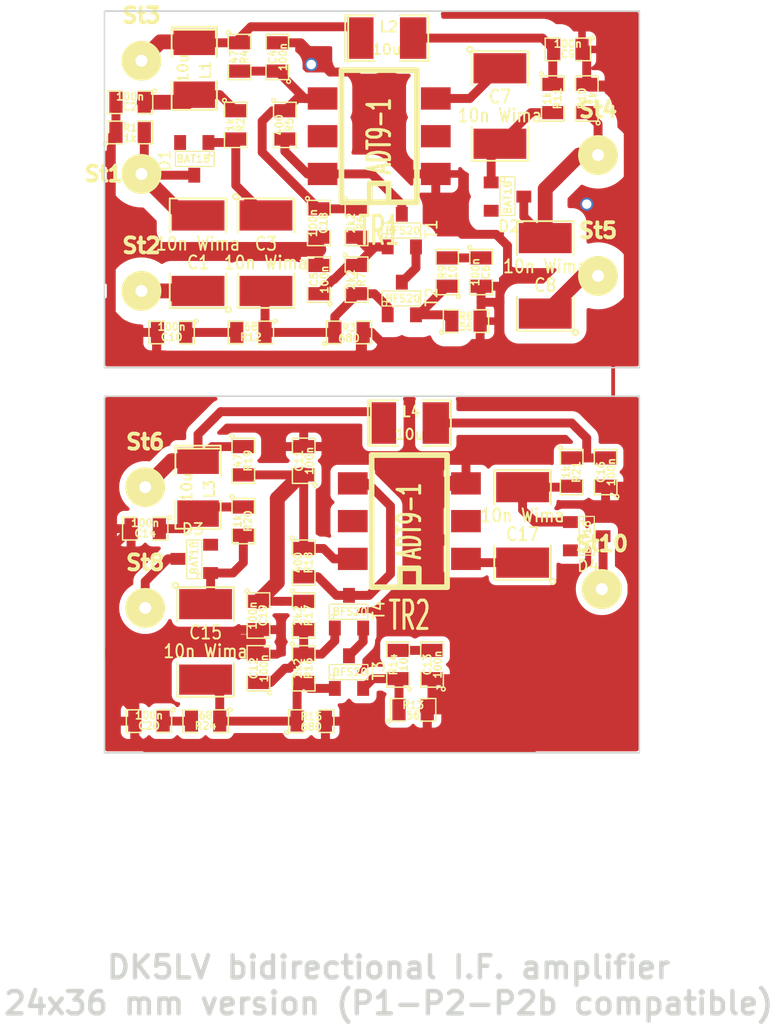
<source format=kicad_pcb>
(kicad_pcb (version 20221018) (generator pcbnew)
  (layers (0 "F.Cu" signal "Dessus.Cu") (31 "B.Cu" signal "Dessous.Cu") (34 "B.Paste" user "Dessous.Pate") (35 "F.Paste" user "Dessus.Pate") (36 "B.SilkS" user "Dessous.SilkS") (37 "F.SilkS" user "Dessus.SilkS") (38 "B.Mask" user "Dessous.Masque") (39 "F.Mask" user "Dessus.Masque") (44 "Edge.Cuts" user "Contours.Ci"))
  (net 0 "")
  (net 1 "GND")
  (net 2 "N-000001")
  (net 3 "N-0000010")
  (net 4 "N-0000011")
  (net 5 "N-0000012")
  (net 6 "N-0000013")
  (net 7 "N-0000014")
  (net 8 "N-0000015")
  (net 9 "N-0000016")
  (net 10 "N-0000017")
  (net 11 "N-0000019")
  (net 12 "N-000002")
  (net 13 "N-0000022")
  (net 14 "N-0000023")
  (net 15 "N-0000024")
  (net 16 "N-0000026")
  (net 17 "N-0000027")
  (net 18 "N-0000028")
  (net 19 "N-0000029")
  (net 20 "N-000003")
  (net 21 "N-0000030")
  (net 22 "N-0000031")
  (net 23 "N-0000032")
  (net 24 "N-0000033")
  (net 25 "N-0000034")
  (net 26 "N-0000035")
  (net 27 "N-0000036")
  (net 28 "N-0000037")
  (net 29 "N-0000038")
  (net 30 "N-0000039")
  (net 31 "N-000005")
  (net 32 "N-000006")
  (net 33 "N-000007")
  (net 34 "N-000008")
  (net 35 "N-000009")
  (footprint "SOT23" (layer "F.Cu") (at 335.534 216.154 180)
    (fp_text reference "D1")
    (fp_text value "BAT18")
  )
  (footprint "SOT23" (layer "F.Cu") (at 361.95 241.554 -90)
    (fp_text reference "D4")
    (fp_text value "BAT18")
  )
  (footprint "SOT23" (layer "F.Cu") (at 345.948 250.698)
    (fp_text reference "T3")
    (fp_text value "BFS20")
  )
  (footprint "SOT23" (layer "F.Cu") (at 345.948 246.634)
    (fp_text reference "T4")
    (fp_text value "BFS20")
  )
  (footprint "SOT23" (layer "F.Cu") (at 335.534 243.078 90)
    (fp_text reference "D3")
    (fp_text value "BAT18")
  )
  (footprint "SOT23" (layer "F.Cu") (at 356.616 218.694 -90)
    (fp_text reference "D2")
    (fp_text value "BAT18")
  )
  (footprint "SOT23" (layer "F.Cu") (at 349.504 225.552)
    (fp_text reference "T2")
    (fp_text value "BFS20")
  )
  (footprint "SOT23" (layer "F.Cu") (at 349.504 220.98)
    (fp_text reference "T1")
    (fp_text value "BFS20")
  )
  (footprint "SM1812L" (layer "F.Cu") (at 335.788 222.504 90)
    (fp_text reference "C1")
    (fp_text value "10n Wima")
  )
  (footprint "SM1812L" (layer "F.Cu") (at 357.632 240.792 90)
    (fp_text reference "C17")
    (fp_text value "10n Wima")
  )
  (footprint "SM1812L" (layer "F.Cu") (at 336.296 248.666 -90)
    (fp_text reference "C15")
    (fp_text value "10n Wima")
  )
  (footprint "SM1812L" (layer "F.Cu") (at 359.156 224.028 90)
    (fp_text reference "C8")
    (fp_text value "10n Wima")
  )
  (footprint "SM1812L" (layer "F.Cu") (at 356.108 212.598 -90)
    (fp_text reference "C7")
    (fp_text value "10n Wima")
  )
  (footprint "SM1812L" (layer "F.Cu") (at 340.36 222.504 -90)
    (fp_text reference "C3")
    (fp_text value "10n Wima")
  )
  (footprint "SM1210L" (layer "F.Cu") (at 335.788 238.252 -90)
    (fp_text reference "L3")
    (fp_text value "10u")
  )
  (footprint "SM1210L" (layer "F.Cu") (at 348.488 208.026)
    (fp_text reference "L2")
    (fp_text value "10u")
  )
  (footprint "SM1210L" (layer "F.Cu") (at 350.012 233.934)
    (fp_text reference "L4")
    (fp_text value "10u")
  )
  (footprint "SM1210L" (layer "F.Cu") (at 335.534 210.058 -90)
    (fp_text reference "L1")
    (fp_text value "10u")
  )
  (footprint "SM0805" (layer "F.Cu") (at 343.408 254)
    (fp_text reference "R15")
    (fp_text value "680")
  )
  (footprint "SM0805" (layer "F.Cu") (at 336.296 254 180)
    (fp_text reference "R24")
    (fp_text value "68")
  )
  (footprint "SM0805" (layer "F.Cu") (at 342.9 250.444 -90)
    (fp_text reference "R16")
    (fp_text value "2k2")
  )
  (footprint "SM0805" (layer "F.Cu") (at 339.852 250.444 90)
    (fp_text reference "C12")
    (fp_text value "100n")
  )
  (footprint "SM0805" (layer "F.Cu") (at 342.9 246.888 -90)
    (fp_text reference "R17")
    (fp_text value "2k2")
  )
  (footprint "SM0805" (layer "F.Cu") (at 339.852 246.888 -90)
    (fp_text reference "C19")
    (fp_text value "100n")
  )
  (footprint "SM0805" (layer "F.Cu") (at 342.9 243.332 -90)
    (fp_text reference "R18")
    (fp_text value "400")
  )
  (footprint "SM0805" (layer "F.Cu") (at 338.836 236.474 -90)
    (fp_text reference "R19")
    (fp_text value "47")
  )
  (footprint "SM0805" (layer "F.Cu") (at 342.9 236.474 90)
    (fp_text reference "C11")
    (fp_text value "100n")
  )
  (footprint "SM0805" (layer "F.Cu") (at 361.95 212.09 90)
    (fp_text reference "R10")
    (fp_text value "1k")
  )
  (footprint "SM0805" (layer "F.Cu") (at 331.216 212.344 180)
    (fp_text reference "C2")
    (fp_text value "100n")
  )
  (footprint "SM0805" (layer "F.Cu") (at 338.328 213.868 -90)
    (fp_text reference "R2")
    (fp_text value "1k")
  )
  (footprint "SM0805" (layer "F.Cu") (at 360.934 237.236 -90)
    (fp_text reference "R21")
    (fp_text value "1k")
  )
  (footprint "SM0805" (layer "F.Cu") (at 363.22 237.236 90)
    (fp_text reference "C16")
    (fp_text value "100n")
  )
  (footprint "SM0805" (layer "F.Cu") (at 350.266 253.238)
    (fp_text reference "R13")
    (fp_text value "56")
  )
  (footprint "SM0805" (layer "F.Cu") (at 349.25 250.19 90)
    (fp_text reference "R14")
    (fp_text value "10")
  )
  (footprint "SM0805" (layer "F.Cu") (at 351.536 250.19 90)
    (fp_text reference "C13")
    (fp_text value "100n")
  )
  (footprint "SM0805" (layer "F.Cu") (at 332.486 254 180)
    (fp_text reference "C20")
    (fp_text value "100n")
  )
  (footprint "SM0805" (layer "F.Cu") (at 338.582 209.296 -90)
    (fp_text reference "R4")
    (fp_text value "47")
  )
  (footprint "SM0805" (layer "F.Cu") (at 341.122 209.296 90)
    (fp_text reference "C4")
    (fp_text value "100n")
  )
  (footprint "SM0805" (layer "F.Cu") (at 331.216 214.376)
    (fp_text reference "R1")
    (fp_text value "1k")
  )
  (footprint "SM0805" (layer "F.Cu") (at 343.916 220.472 -90)
    (fp_text reference "C18")
    (fp_text value "100n")
  )
  (footprint "SM0805" (layer "F.Cu") (at 346.456 220.472 -90)
    (fp_text reference "R6")
    (fp_text value "2k2")
  )
  (footprint "SM0805" (layer "F.Cu") (at 343.916 224.282 90)
    (fp_text reference "C5")
    (fp_text value "100n")
  )
  (footprint "SM0805" (layer "F.Cu") (at 346.456 224.282 -90)
    (fp_text reference "R7")
    (fp_text value "2k2")
  )
  (footprint "SM0805" (layer "F.Cu") (at 359.664 212.09 -90)
    (fp_text reference "R11")
    (fp_text value "1k")
  )
  (footprint "SM0805" (layer "F.Cu") (at 360.68 208.788 180)
    (fp_text reference "C9")
    (fp_text value "100n")
  )
  (footprint "SM0805" (layer "F.Cu") (at 353.822 227.076)
    (fp_text reference "R8")
    (fp_text value "56")
  )
  (footprint "SM0805" (layer "F.Cu") (at 352.552 223.774 90)
    (fp_text reference "R9")
    (fp_text value "10")
  )
  (footprint "SM0805" (layer "F.Cu") (at 354.838 223.774 -90)
    (fp_text reference "C6")
    (fp_text value "100n")
  )
  (footprint "SM0805" (layer "F.Cu") (at 345.948 227.838)
    (fp_text reference "R3")
    (fp_text value "680")
  )
  (footprint "SM0805" (layer "F.Cu") (at 334.01 227.838 180)
    (fp_text reference "C10")
    (fp_text value "100n")
  )
  (footprint "SM0805" (layer "F.Cu") (at 338.836 240.538 -90)
    (fp_text reference "R20")
    (fp_text value "1k")
  )
  (footprint "SM0805" (layer "F.Cu") (at 339.344 227.838 180)
    (fp_text reference "R12")
    (fp_text value "68")
  )
  (footprint "SM0805" (layer "F.Cu") (at 332.232 241.046 180)
    (fp_text reference "C14")
    (fp_text value "100n")
  )
  (footprint "SM0805" (layer "F.Cu") (at 341.63 213.868 -90)
    (fp_text reference "R5")
    (fp_text value "400")
  )
  (footprint "DIP-6__300" (layer "F.Cu") (at 350.012 240.538 90)
    (fp_text reference "TR2")
    (fp_text value "ADT9-1")
  )
  (footprint "DIP-6__300" (layer "F.Cu") (at 347.98 214.63 90)
    (fp_text reference "TR1")
    (fp_text value "ADT9-1")
  )
  (footprint "1pin_sm" (layer "F.Cu") (at 362.712 224.028)
    (fp_text reference "St5")
    (fp_text value "CONN_1" hide)
  )
  (footprint "1pin_sm" (layer "F.Cu") (at 331.978 225.044)
    (fp_text reference "St2")
    (fp_text value "CONN_1" hide)
  )
  (footprint "1pin_sm" (layer "F.Cu") (at 332.232 238.252)
    (fp_text reference "St6")
    (fp_text value "CONN_1" hide)
  )
  (footprint "1pin_sm" (layer "F.Cu") (at 331.978 209.55)
    (fp_text reference "St3")
    (fp_text value "CONN_1" hide)
  )
  (footprint "1pin_sm" (layer "F.Cu") (at 331.978 217.17)
    (fp_text reference "St1")
    (fp_text value "CONN_1" hide)
  )
  (footprint "1pin_sm" (layer "F.Cu") (at 362.966 245.11)
    (fp_text reference "St10")
    (fp_text value "CONN_1" hide)
  )
  (footprint "1pin_sm" (layer "F.Cu") (at 332.232 246.38)
    (fp_text reference "St8")
    (fp_text value "CONN_1" hide)
  )
  (footprint "1pin_sm" (layer "F.Cu") (at 362.712 215.9)
    (fp_text reference "St4")
    (fp_text value "CONN_1" hide)
  )
  (gr_line (start 365.49 256.13) (end 329.49 256.13) (stroke (width 0.1)) (layer "Edge.Cuts"))
  (gr_line (start 329.49 256.13) (end 329.49 232.13) (stroke (width 0.1)) (layer "Edge.Cuts"))
  (gr_line (start 365.49 206.21) (end 365.49 230.21) (stroke (width 0.1)) (layer "Edge.Cuts"))
  (gr_line (start 365.49 230.21) (end 329.49 230.21) (stroke (width 0.1)) (layer "Edge.Cuts"))
  (gr_line (start 329.49 206.21) (end 365.49 206.21) (stroke (width 0.1)) (layer "Edge.Cuts"))
  (gr_line (start 329.49 230.21) (end 329.49 206.21) (stroke (width 0.1)) (layer "Edge.Cuts"))
  (gr_line (start 365.49 232.13) (end 365.49 256.13) (stroke (width 0.1)) (layer "Edge.Cuts"))
  (gr_line (start 329.49 232.13) (end 365.49 232.13) (stroke (width 0.1)) (layer "Edge.Cuts"))
  (gr_line (start 329.49 206.21) (end 365.49 206.21) (stroke (width 0.1)) (layer "Edge.Cuts"))
  (gr_text "DK5LV bidirectional I.F. amplifier\n24x36 mm version (P1-P2-P2b compatible)" (at 348.615 271.78) (layer "Edge.Cuts") (effects (font (size 1.5 1.5) (thickness 0.3))))
  (segment (start 343.916 222.25) (end 343.916 223.3295) (width 0.6) (layer "F.Cu") (net 1))
  (segment (start 330.454 222.25) (end 329.946 222.758) (width 0.6) (layer "F.Cu") (net 1))
  (segment (start 329.946 222.758) (end 329.946 223.012) (width 0.6) (layer "F.Cu") (net 1))
  (segment (start 329.946 226.568) (end 330.073 226.695) (width 0.6) (layer "F.Cu") (net 1))
  (segment (start 331.216 227.838) (end 333.0575 227.838) (width 0.6) (layer "F.Cu") (net 1))
  (segment (start 354.838 227.0125) (end 354.7745 227.076) (width 0.6) (layer "F.Cu") (net 1))
  (segment (start 329.946 223.012) (end 329.946 226.568) (width 0.6) (layer "F.Cu") (net 1))
  (segment (start 329.946 214.6935) (end 330.2635 214.376) (width 0.6) (layer "F.Cu") (net 1))
  (segment (start 342.7095 208.3435) (end 343.408 209.042) (width 0.6) (layer "F.Cu") (net 1))
  (segment (start 344.678 210.312) (end 346.202 210.312) (width 0.6) (layer "F.Cu") (net 1))
  (segment (start 346.202 210.312) (end 347.472 211.582) (width 0.6) (layer "F.Cu") (net 1))
  (segment (start 348.488 212.598) (end 348.488 215.9) (width 0.6) (layer "F.Cu") (net 1))
  (segment (start 348.488 215.9) (end 349.758 217.17) (width 0.6) (layer "F.Cu") (net 1))
  (segment (start 349.758 217.17) (end 351.79 217.17) (width 0.6) (layer "F.Cu") (net 1))
  (segment (start 351.79 219.456) (end 353.568 221.234) (width 0.6) (layer "F.Cu") (net 1))
  (segment (start 353.568 221.234) (end 355.854 221.234) (width 0.6) (layer "F.Cu") (net 1))
  (segment (start 355.854 221.234) (end 356.616 221.996) (width 0.6) (layer "F.Cu") (net 1))
  (segment (start 356.616 221.996) (end 356.616 224.282) (width 0.6) (layer "F.Cu") (net 1))
  (segment (start 356.616 224.282) (end 356.1715 224.7265) (width 0.6) (layer "F.Cu") (net 1))
  (segment (start 356.1715 224.7265) (end 354.838 224.7265) (width 0.6) (layer "F.Cu") (net 1))
  (segment (start 347.472 227.838) (end 348.996 229.362) (width 0.6) (layer "F.Cu") (net 1))
  (segment (start 348.996 229.362) (end 350.774 229.362) (width 0.6) (layer "F.Cu") (net 1))
  (segment (start 354.076 229.362) (end 354.7745 228.6635) (width 0.6) (layer "F.Cu") (net 1))
  (segment (start 354.7745 228.6635) (end 354.7745 227.076) (width 0.6) (layer "F.Cu") (net 1))
  (segment (start 330.073 226.695) (end 331.216 227.838) (width 0.6) (layer "F.Cu") (net 1))
  (segment (start 330.073 228.473) (end 330.962 229.362) (width 0.6) (layer "F.Cu") (net 1))
  (segment (start 330.962 229.362) (end 332.994 229.362) (width 0.6) (layer "F.Cu") (net 1))
  (segment (start 350.774 229.362) (end 353.822 229.362) (width 0.6) (layer "F.Cu") (net 1))
  (segment (start 353.822 229.362) (end 354.076 229.362) (width 0.6) (layer "F.Cu") (net 1))
  (segment (start 362.458 229.362) (end 363.728 228.092) (width 0.6) (layer "F.Cu") (net 1))
  (segment (start 364.744 227.076) (end 364.744 219.202) (width 0.6) (layer "F.Cu") (net 1))
  (segment (start 364.744 211.836) (end 364.236 211.328) (width 0.6) (layer "F.Cu") (net 1))
  (segment (start 364.236 211.328) (end 362.1405 211.328) (width 0.6) (layer "F.Cu") (net 1))
  (segment (start 362.1405 211.328) (end 361.95 211.1375) (width 0.6) (layer "F.Cu") (net 1))
  (segment (start 361.95 209.1055) (end 361.6325 208.788) (width 0.6) (layer "F.Cu") (net 1))
  (segment (start 347.472 211.582) (end 348.488 212.598) (width 0.6) (layer "F.Cu") (net 1))
  (segment (start 364.744 219.202) (end 364.744 211.836) (width 0.6) (layer "F.Cu") (net 1))
  (segment (start 356.108 229.362) (end 361.188 229.362) (width 0.6) (layer "F.Cu") (net 1))
  (segment (start 356.108 224.7265) (end 356.1715 224.7265) (width 0.6) (layer "F.Cu") (net 1))
  (segment (start 356.108 225.806) (end 356.108 224.7265) (width 0.6) (layer "F.Cu") (net 1))
  (segment (start 354.838 225.806) (end 354.838 227.0125) (width 0.6) (layer "F.Cu") (net 1))
  (segment (start 346.71 229.362) (end 350.774 229.362) (width 0.6) (layer "F.Cu") (net 1))
  (segment (start 346.71 228.0285) (end 346.9005 227.838) (width 0.6) (layer "F.Cu") (net 1))
  (segment (start 332.994 229.362) (end 346.71 229.362) (width 0.6) (layer "F.Cu") (net 1))
  (segment (start 332.994 227.9015) (end 333.0575 227.838) (width 0.6) (layer "F.Cu") (net 1))
  (segment (start 343.408 209.042) (end 344.678 210.312) (width 0.6) (layer "F.Cu") (net 1))
  (segment (start 351.536 252.9205) (end 351.2185 253.238) (width 0.6) (layer "F.Cu") (net 1))
  (segment (start 352.552 237.998) (end 351.028 239.522) (width 1) (layer "F.Cu") (net 1))
  (segment (start 351.028 239.522) (end 351.028 244.602) (width 1) (layer "F.Cu") (net 1))
  (segment (start 351.028 244.602) (end 353.568 247.142) (width 1) (layer "F.Cu") (net 1))
  (segment (start 353.568 247.142) (end 353.568 250.8885) (width 1) (layer "F.Cu") (net 1))
  (segment (start 353.568 250.8885) (end 351.2185 253.238) (width 1) (layer "F.Cu") (net 1))
  (segment (start 363.6645 238.1885) (end 364.998 239.522) (width 0.6) (layer "F.Cu") (net 1))
  (segment (start 364.998 239.522) (end 364.998 249.174) (width 0.6) (layer "F.Cu") (net 1))
  (segment (start 364.998 249.174) (end 361.188 252.984) (width 0.6) (layer "F.Cu") (net 1))
  (segment (start 360.934 253.238) (end 351.2185 253.238) (width 0.6) (layer "F.Cu") (net 1))
  (segment (start 331.5335 255.0795) (end 332.232 255.778) (width 0.6) (layer "F.Cu") (net 1))
  (segment (start 332.232 255.778) (end 344.424 255.778) (width 0.6) (layer "F.Cu") (net 1))
  (segment (start 358.394 255.778) (end 361.188 252.984) (width 0.6) (layer "F.Cu") (net 1))
  (segment (start 361.188 252.984) (end 360.934 253.238) (width 0.6) (layer "F.Cu") (net 1))
  (segment (start 351.2185 255.778) (end 351.028 255.778) (width 0.6) (layer "F.Cu") (net 1))
  (segment (start 351.028 255.778) (end 358.394 255.778) (width 0.6) (layer "F.Cu") (net 1))
  (segment (start 344.3605 255.778) (end 344.424 255.778) (width 0.6) (layer "F.Cu") (net 1))
  (segment (start 344.424 255.778) (end 348.996 255.778) (width 0.6) (layer "F.Cu") (net 1))
  (segment (start 345.7575 235.5215) (end 346.456 236.22) (width 0.6) (layer "F.Cu") (net 1))
  (segment (start 346.456 236.22) (end 348.996 236.22) (width 0.6) (layer "F.Cu") (net 1))
  (segment (start 348.996 236.22) (end 350.774 237.998) (width 0.6) (layer "F.Cu") (net 1))
  (segment (start 350.774 237.998) (end 353.822 237.998) (width 0.6) (layer "F.Cu") (net 1))
  (segment (start 331.5335 253.3015) (end 329.946 251.714) (width 0.6) (layer "F.Cu") (net 1))
  (segment (start 329.946 251.714) (end 329.946 249.428) (width 0.6) (layer "F.Cu") (net 1))
  (segment (start 329.946 242.3795) (end 331.2795 241.046) (width 0.6) (layer "F.Cu") (net 1))
  (segment (start 347.218 254) (end 348.996 255.778) (width 0.6) (layer "F.Cu") (net 1))
  (segment (start 348.996 255.778) (end 351.028 255.778) (width 0.6) (layer "F.Cu") (net 1))
  (segment (start 339.852 248.666) (end 339.852 247.8405) (width 0.6) (layer "F.Cu") (net 1))
  (segment (start 330.708 248.666) (end 329.946 249.428) (width 1) (layer "F.Cu") (net 1))
  (segment (start 329.946 249.428) (end 329.946 242.3795) (width 0.6) (layer "F.Cu") (net 1))
  (segment (start 361.188 229.362) (end 362.458 229.362) (width 0.6) (layer "F.Cu") (net 1))
  (segment (start 363.728 228.092) (end 364.744 227.076) (width 0.6) (layer "F.Cu") (net 1))
  (segment (start 363.728 233.172) (end 364.998 234.442) (width 0.254) (layer "F.Cu") (net 1))
  (segment (start 364.998 234.442) (end 364.998 239.522) (width 0.254) (layer "F.Cu") (net 1))
  (segment (start 356.108 225.806) (end 354.838 225.806) (width 0.6) (layer "F.Cu") (net 1))
  (segment (start 331.5335 254) (end 331.5335 255.0795) (width 0.6) (layer "F.Cu") (net 1))
  (segment (start 344.3605 254) (end 347.218 254) (width 0.6) (layer "F.Cu") (net 1))
  (segment (start 353.822 229.362) (end 356.108 229.362) (width 0.6) (layer "F.Cu") (net 1))
  (segment (start 351.79 217.17) (end 351.79 219.456) (width 0.6) (layer "F.Cu") (net 1))
  (segment (start 351.2185 253.238) (end 351.2185 255.778) (width 0.6) (layer "F.Cu") (net 1))
  (segment (start 332.994 229.362) (end 332.994 227.9015) (width 0.6) (layer "F.Cu") (net 1))
  (segment (start 342.9 235.5215) (end 345.7575 235.5215) (width 0.6) (layer "F.Cu") (net 1))
  (segment (start 363.22 238.1885) (end 363.6645 238.1885) (width 0.6) (layer "F.Cu") (net 1))
  (segment (start 346.9005 227.838) (end 347.472 227.838) (width 0.6) (layer "F.Cu") (net 1))
  (segment (start 364.744 219.202) (end 361.95 219.202) (width 1) (layer "F.Cu") (net 1))
  (segment (start 330.2635 212.344) (end 330.2635 214.376) (width 0.6) (layer "F.Cu") (net 1))
  (segment (start 343.408 209.042) (end 343.408 209.804) (width 0.6) (layer "F.Cu") (net 1))
  (segment (start 330.073 226.695) (end 330.073 228.473) (width 0.6) (layer "F.Cu") (net 1))
  (segment (start 363.728 228.092) (end 363.728 233.172) (width 0.254) (layer "F.Cu") (net 1))
  (segment (start 329.946 223.012) (end 329.946 214.6935) (width 0.6) (layer "F.Cu") (net 1))
  (segment (start 343.916 221.4245) (end 343.916 222.25) (width 0.6) (layer "F.Cu") (net 1))
  (segment (start 331.5335 254) (end 331.5335 253.3015) (width 0.6) (layer "F.Cu") (net 1))
  (segment (start 343.916 222.25) (end 330.454 222.25) (width 1) (layer "F.Cu") (net 1))
  (segment (start 339.852 249.4915) (end 339.852 248.666) (width 0.6) (layer "F.Cu") (net 1))
  (segment (start 361.95 211.1375) (end 361.95 209.1055) (width 0.6) (layer "F.Cu") (net 1))
  (segment (start 339.852 248.666) (end 330.708 248.666) (width 1) (layer "F.Cu") (net 1))
  (segment (start 344.3605 254) (end 344.3605 255.778) (width 0.6) (layer "F.Cu") (net 1))
  (segment (start 353.822 237.998) (end 352.552 237.998) (width 1) (layer "F.Cu") (net 1))
  (segment (start 356.108 229.362) (end 356.108 225.806) (width 0.6) (layer "F.Cu") (net 1))
  (segment (start 341.122 208.3435) (end 342.7095 208.3435) (width 0.6) (layer "F.Cu") (net 1))
  (segment (start 346.71 229.362) (end 346.71 228.0285) (width 0.6) (layer "F.Cu") (net 1))
  (segment (start 354.838 224.7265) (end 354.838 225.806) (width 0.6) (layer "F.Cu") (net 1))
  (segment (start 351.536 251.1425) (end 351.536 252.9205) (width 0.6) (layer "F.Cu") (net 1))
  (via (at 343.408 209.804) (size 0.889) (drill 0.635) (layers "F.Cu" "B.Cu") (net 1))
  (via (at 361.95 219.202) (size 0.889) (drill 0.635) (layers "F.Cu" "B.Cu") (net 1))
  (segment (start 347.55582 251.1425) (end 346.9005 251.79782) (width 0.6) (layer "F.Cu") (net 2))
  (segment (start 349.3135 251.206) (end 349.25 251.1425) (width 0.6) (layer "F.Cu") (net 2))
  (segment (start 349.25 251.1425) (end 347.55582 251.1425) (width 0.6) (layer "F.Cu") (net 2))
  (segment (start 349.3135 253.238) (end 349.3135 251.206) (width 0.6) (layer "F.Cu") (net 2))
  (segment (start 342.4555 251.841) (end 342.9 251.3965) (width 0.6) (layer "F.Cu") (net 3))
  (segment (start 337.2485 252.1585) (end 336.296 251.206) (width 0.6) (layer "F.Cu") (net 3))
  (segment (start 343.30132 251.79782) (end 342.9 251.3965) (width 0.6) (layer "F.Cu") (net 3))
  (segment (start 342.4555 254) (end 342.4555 251.841) (width 0.6) (layer "F.Cu") (net 3))
  (segment (start 337.2485 254) (end 342.4555 254) (width 0.6) (layer "F.Cu") (net 3))
  (segment (start 344.9955 251.79782) (end 343.30132 251.79782) (width 0.6) (layer "F.Cu") (net 3))
  (segment (start 337.2485 254) (end 337.2485 252.1585) (width 0.6) (layer "F.Cu") (net 3))
  (segment (start 347.218 237.998) (end 348.742 239.522) (width 0.6) (layer "F.Cu") (net 4))
  (segment (start 348.742 239.522) (end 348.742 244.094) (width 0.6) (layer "F.Cu") (net 4))
  (segment (start 348.742 244.094) (end 347.30182 245.53418) (width 0.6) (layer "F.Cu") (net 4))
  (segment (start 347.30182 245.53418) (end 345.948 245.53418) (width 0.6) (layer "F.Cu") (net 4))
  (segment (start 343.8525 244.2845) (end 345.10218 245.53418) (width 0.6) (layer "F.Cu") (net 4))
  (segment (start 345.10218 245.53418) (end 345.948 245.53418) (width 0.6) (layer "F.Cu") (net 4))
  (segment (start 342.9 244.2845) (end 343.8525 244.2845) (width 0.6) (layer "F.Cu") (net 4))
  (segment (start 346.202 237.998) (end 347.218 237.998) (width 0.6) (layer "F.Cu") (net 4))
  (segment (start 346.9005 248.64568) (end 345.948 249.59818) (width 0.6) (layer "F.Cu") (net 5))
  (segment (start 346.9005 247.73382) (end 346.9005 248.64568) (width 0.6) (layer "F.Cu") (net 5))
  (segment (start 333.756 243.078) (end 332.232 244.602) (width 0.6) (layer "F.Cu") (net 6))
  (segment (start 332.232 244.602) (end 332.232 246.38) (width 0.6) (layer "F.Cu") (net 6))
  (segment (start 334.43418 243.078) (end 333.756 243.078) (width 0.6) (layer "F.Cu") (net 6))
  (segment (start 332.1685 216.9795) (end 331.978 217.17) (width 0.6) (layer "F.Cu") (net 7))
  (segment (start 332.06182 217.25382) (end 331.978 217.17) (width 0.6) (layer "F.Cu") (net 7))
  (segment (start 334.772 219.964) (end 331.978 217.17) (width 1) (layer "F.Cu") (net 7))
  (segment (start 335.534 217.25382) (end 332.06182 217.25382) (width 0.6) (layer "F.Cu") (net 7))
  (segment (start 332.1685 214.376) (end 332.1685 216.9795) (width 0.6) (layer "F.Cu") (net 7))
  (segment (start 335.788 219.964) (end 334.772 219.964) (width 1) (layer "F.Cu") (net 7))
  (segment (start 363.04982 245.02618) (end 362.966 245.11) (width 0.6) (layer "F.Cu") (net 8))
  (segment (start 363.04982 241.554) (end 363.04982 245.02618) (width 0.6) (layer "F.Cu") (net 8))
  (segment (start 350.4565 223.49968) (end 349.504 224.45218) (width 0.6) (layer "F.Cu") (net 9))
  (segment (start 350.4565 222.07982) (end 350.4565 223.49968) (width 0.6) (layer "F.Cu") (net 9))
  (segment (start 354.076 212.09) (end 356.108 210.058) (width 0.6) (layer "F.Cu") (net 10))
  (segment (start 351.79 212.09) (end 354.076 212.09) (width 0.6) (layer "F.Cu") (net 10))
  (segment (start 354.076 243.332) (end 353.822 243.078) (width 0.6) (layer "F.Cu") (net 11))
  (segment (start 357.632 243.332) (end 354.076 243.332) (width 0.6) (layer "F.Cu") (net 11))
  (segment (start 360.8705 238.252) (end 360.934 238.1885) (width 0.6) (layer "F.Cu") (net 12))
  (segment (start 358.4575 240.6015) (end 357.632 239.776) (width 0.6) (layer "F.Cu") (net 12))
  (segment (start 357.632 239.776) (end 357.632 238.252) (width 0.6) (layer "F.Cu") (net 12))
  (segment (start 357.632 238.252) (end 360.8705 238.252) (width 0.6) (layer "F.Cu") (net 12))
  (segment (start 360.85018 240.6015) (end 358.4575 240.6015) (width 0.6) (layer "F.Cu") (net 12))
  (segment (start 352.552 222.8215) (end 354.838 222.8215) (width 0.6) (layer "F.Cu") (net 13))
  (segment (start 361.696 224.028) (end 359.156 226.568) (width 1) (layer "F.Cu") (net 14))
  (segment (start 362.712 224.028) (end 361.696 224.028) (width 1) (layer "F.Cu") (net 14))
  (segment (start 336.1055 225.552) (end 334.2005 225.552) (width 0.6) (layer "F.Cu") (net 15))
  (segment (start 331.978 225.044) (end 335.788 225.044) (width 1) (layer "F.Cu") (net 15))
  (segment (start 334.9625 227.838) (end 338.3915 227.838) (width 0.6) (layer "F.Cu") (net 16))
  (segment (start 338.09432 215.05418) (end 338.328 214.8205) (width 0.6) (layer "F.Cu") (net 17))
  (segment (start 338.328 217.932) (end 340.36 219.964) (width 0.6) (layer "F.Cu") (net 17))
  (segment (start 338.328 214.8205) (end 338.328 217.932) (width 0.6) (layer "F.Cu") (net 17))
  (segment (start 336.4865 215.05418) (end 338.09432 215.05418) (width 0.6) (layer "F.Cu") (net 17))
  (segment (start 349.504 219.202) (end 347.472 217.17) (width 0.6) (layer "F.Cu") (net 18))
  (segment (start 347.472 217.17) (end 344.17 217.17) (width 0.6) (layer "F.Cu") (net 18))
  (segment (start 341.63 215.646) (end 343.154 217.17) (width 0.6) (layer "F.Cu") (net 18))
  (segment (start 343.154 217.17) (end 344.17 217.17) (width 0.6) (layer "F.Cu") (net 18))
  (segment (start 341.63 214.8205) (end 341.63 215.646) (width 0.6) (layer "F.Cu") (net 18))
  (segment (start 349.504 219.88018) (end 349.504 219.202) (width 0.6) (layer "F.Cu") (net 18))
  (segment (start 345.8845 223.3295) (end 344.932 224.282) (width 0.6) (layer "F.Cu") (net 19))
  (segment (start 344.932 224.282) (end 344.8685 224.282) (width 0.6) (layer "F.Cu") (net 19))
  (segment (start 344.8685 224.282) (end 343.916 225.2345) (width 0.6) (layer "F.Cu") (net 19))
  (segment (start 347.11132 222.07982) (end 346.456 221.4245) (width 0.6) (layer "F.Cu") (net 19))
  (segment (start 347.70568 222.07982) (end 346.456 223.3295) (width 0.6) (layer "F.Cu") (net 19))
  (segment (start 348.5515 222.07982) (end 347.11132 222.07982) (width 0.6) (layer "F.Cu") (net 19))
  (segment (start 348.5515 222.07982) (end 347.70568 222.07982) (width 0.6) (layer "F.Cu") (net 19))
  (segment (start 346.456 223.3295) (end 345.8845 223.3295) (width 0.6) (layer "F.Cu") (net 19))
  (segment (start 360.934 233.934) (end 361.95 234.95) (width 0.6) (layer "F.Cu") (net 20))
  (segment (start 361.95 234.95) (end 361.95 236.2835) (width 0.6) (layer "F.Cu") (net 20))
  (segment (start 361.95 236.2835) (end 360.934 236.2835) (width 0.6) (layer "F.Cu") (net 20))
  (segment (start 351.79 233.934) (end 360.934 233.934) (width 0.6) (layer "F.Cu") (net 20))
  (segment (start 363.22 236.2835) (end 361.95 236.2835) (width 0.6) (layer "F.Cu") (net 20))
  (segment (start 333.248 208.28) (end 331.978 209.55) (width 1) (layer "F.Cu") (net 21))
  (segment (start 335.5975 208.3435) (end 335.534 208.28) (width 0.6) (layer "F.Cu") (net 21))
  (segment (start 338.582 208.026) (end 339.344 207.264) (width 0.6) (layer "F.Cu") (net 21))
  (segment (start 339.344 207.264) (end 345.948 207.264) (width 0.6) (layer "F.Cu") (net 21))
  (segment (start 345.948 207.264) (end 346.71 208.026) (width 0.6) (layer "F.Cu") (net 21))
  (segment (start 338.582 208.3435) (end 335.5975 208.3435) (width 0.6) (layer "F.Cu") (net 21))
  (segment (start 338.582 208.3435) (end 338.582 208.026) (width 0.6) (layer "F.Cu") (net 21))
  (segment (start 335.534 208.28) (end 333.248 208.28) (width 1) (layer "F.Cu") (net 21))
  (segment (start 340.2965 225.1075) (end 340.36 225.044) (width 0.6) (layer "F.Cu") (net 22))
  (segment (start 346.456 225.298) (end 344.9955 226.7585) (width 0.6) (layer "F.Cu") (net 22))
  (segment (start 344.9955 226.7585) (end 344.9955 227.838) (width 0.6) (layer "F.Cu") (net 22))
  (segment (start 348.5515 226.1235) (end 347.6625 225.2345) (width 0.6) (layer "F.Cu") (net 22))
  (segment (start 347.6625 225.2345) (end 346.456 225.2345) (width 0.6) (layer "F.Cu") (net 22))
  (segment (start 348.5515 226.65182) (end 348.5515 226.1235) (width 0.6) (layer "F.Cu") (net 22))
  (segment (start 346.456 225.2345) (end 346.456 225.298) (width 0.6) (layer "F.Cu") (net 22))
  (segment (start 340.2965 227.838) (end 340.2965 225.1075) (width 0.6) (layer "F.Cu") (net 22))
  (segment (start 340.2965 227.838) (end 344.9955 227.838) (width 0.6) (layer "F.Cu") (net 22))
  (segment (start 335.026 212.344) (end 335.534 211.836) (width 1) (layer "F.Cu") (net 23))
  (segment (start 337.2485 211.836) (end 338.328 212.9155) (width 0.6) (layer "F.Cu") (net 23))
  (segment (start 335.534 211.836) (end 337.2485 211.836) (width 0.6) (layer "F.Cu") (net 23))
  (segment (start 332.1685 212.344) (end 335.026 212.344) (width 1) (layer "F.Cu") (net 23))
  (segment (start 342.4555 212.09) (end 341.63 212.9155) (width 0.6) (layer "F.Cu") (net 24))
  (segment (start 342.9635 212.09) (end 341.122 210.2485) (width 0.6) (layer "F.Cu") (net 24))
  (segment (start 340.8045 212.9155) (end 340.106 213.614) (width 0.6) (layer "F.Cu") (net 24))
  (segment (start 340.106 213.614) (end 340.106 215.7095) (width 0.6) (layer "F.Cu") (net 24))
  (segment (start 340.106 215.7095) (end 343.916 219.5195) (width 0.6) (layer "F.Cu") (net 24))
  (segment (start 338.582 210.2485) (end 341.122 210.2485) (width 0.6) (layer "F.Cu") (net 24))
  (segment (start 344.17 212.09) (end 342.4555 212.09) (width 0.6) (layer "F.Cu") (net 24))
  (segment (start 341.63 212.9155) (end 340.8045 212.9155) (width 0.6) (layer "F.Cu") (net 24))
  (segment (start 346.456 219.5195) (end 343.916 219.5195) (width 0.6) (layer "F.Cu") (net 24))
  (segment (start 344.17 212.09) (end 342.9635 212.09) (width 0.6) (layer "F.Cu") (net 24))
  (segment (start 344.1065 249.4915) (end 344.9955 248.6025) (width 0.6) (layer "F.Cu") (net 25))
  (segment (start 344.9955 248.6025) (end 344.9955 247.73382) (width 0.6) (layer "F.Cu") (net 25))
  (segment (start 340.6775 251.3965) (end 341.63 250.444) (width 0.6) (layer "F.Cu") (net 25))
  (segment (start 341.63 250.444) (end 341.9475 250.444) (width 0.6) (layer "F.Cu") (net 25))
  (segment (start 341.9475 250.444) (end 342.9 249.4915) (width 0.6) (layer "F.Cu") (net 25))
  (segment (start 342.9 247.8405) (end 342.9 249.4915) (width 0.6) (layer "F.Cu") (net 25))
  (segment (start 342.9 249.4915) (end 344.1065 249.4915) (width 0.6) (layer "F.Cu") (net 25))
  (segment (start 339.852 251.3965) (end 340.6775 251.3965) (width 0.6) (layer "F.Cu") (net 25))
  (segment (start 336.2325 239.5855) (end 335.788 240.03) (width 0.6) (layer "F.Cu") (net 26))
  (segment (start 334.772 241.046) (end 335.788 240.03) (width 0.6) (layer "F.Cu") (net 26))
  (segment (start 338.836 239.5855) (end 336.2325 239.5855) (width 0.6) (layer "F.Cu") (net 26))
  (segment (start 333.1845 241.046) (end 334.772 241.046) (width 0.6) (layer "F.Cu") (net 26))
  (segment (start 341.376 245.9355) (end 339.852 245.9355) (width 0.6) (layer "F.Cu") (net 27))
  (segment (start 344.2335 242.3795) (end 344.932 243.078) (width 0.6) (layer "F.Cu") (net 27))
  (segment (start 344.932 243.078) (end 346.202 243.078) (width 0.6) (layer "F.Cu") (net 27))
  (segment (start 342.7095 237.4265) (end 341.122 239.014) (width 1) (layer "F.Cu") (net 27))
  (segment (start 341.122 239.014) (end 341.122 244.6655) (width 1) (layer "F.Cu") (net 27))
  (segment (start 341.122 244.6655) (end 339.852 245.9355) (width 1) (layer "F.Cu") (net 27))
  (segment (start 342.9 242.3795) (end 344.2335 242.3795) (width 0.6) (layer "F.Cu") (net 27))
  (segment (start 342.9 245.9355) (end 341.376 245.9355) (width 0.6) (layer "F.Cu") (net 27))
  (segment (start 342.9 237.4265) (end 342.7095 237.4265) (width 1) (layer "F.Cu") (net 27))
  (segment (start 342.9 237.4265) (end 342.9 242.3795) (width 0.6) (layer "F.Cu") (net 27))
  (segment (start 342.9 237.4265) (end 338.836 237.4265) (width 0.6) (layer "F.Cu") (net 27))
  (segment (start 352.44532 226.65182) (end 352.8695 227.076) (width 0.6) (layer "F.Cu") (net 28))
  (segment (start 350.62668 226.65182) (end 352.552 224.7265) (width 0.6) (layer "F.Cu") (net 28))
  (segment (start 350.4565 226.65182) (end 352.44532 226.65182) (width 0.6) (layer "F.Cu") (net 28))
  (segment (start 350.4565 226.65182) (end 350.62668 226.65182) (width 0.6) (layer "F.Cu") (net 28))
  (segment (start 355.51618 215.72982) (end 356.108 215.138) (width 0.6) (layer "F.Cu") (net 29))
  (segment (start 358.2035 213.0425) (end 356.108 215.138) (width 0.6) (layer "F.Cu") (net 29))
  (segment (start 355.51618 217.7415) (end 355.51618 215.72982) (width 0.6) (layer "F.Cu") (net 29))
  (segment (start 359.664 213.0425) (end 358.2035 213.0425) (width 0.6) (layer "F.Cu") (net 29))
  (segment (start 359.664 208.8515) (end 359.7275 208.788) (width 0.6) (layer "F.Cu") (net 30))
  (segment (start 358.9655 208.026) (end 359.7275 208.788) (width 0.6) (layer "F.Cu") (net 30))
  (segment (start 350.266 208.026) (end 358.9655 208.026) (width 0.6) (layer "F.Cu") (net 30))
  (segment (start 359.664 211.1375) (end 359.664 208.8515) (width 0.6) (layer "F.Cu") (net 30))
  (segment (start 334.01 236.474) (end 332.232 238.252) (width 1) (layer "F.Cu") (net 31))
  (segment (start 335.788 234.696) (end 337.312 233.172) (width 0.6) (layer "F.Cu") (net 31))
  (segment (start 337.312 233.172) (end 347.472 233.172) (width 0.6) (layer "F.Cu") (net 31))
  (segment (start 347.472 233.172) (end 348.234 233.934) (width 0.6) (layer "F.Cu") (net 31))
  (segment (start 336.7405 235.5215) (end 335.788 236.474) (width 0.6) (layer "F.Cu") (net 31))
  (segment (start 338.836 235.5215) (end 336.7405 235.5215) (width 0.6) (layer "F.Cu") (net 31))
  (segment (start 335.788 236.474) (end 334.01 236.474) (width 1) (layer "F.Cu") (net 31))
  (segment (start 335.788 236.474) (end 335.788 234.696) (width 0.6) (layer "F.Cu") (net 31))
  (segment (start 349.25 249.2375) (end 351.536 249.2375) (width 0.6) (layer "F.Cu") (net 32))
  (segment (start 362.712 213.8045) (end 361.95 213.0425) (width 0.6) (layer "F.Cu") (net 33))
  (segment (start 361.442 215.9) (end 359.156 218.186) (width 1) (layer "F.Cu") (net 33))
  (segment (start 359.156 218.186) (end 359.156 221.488) (width 1) (layer "F.Cu") (net 33))
  (segment (start 357.71582 220.04782) (end 359.156 221.488) (width 0.6) (layer "F.Cu") (net 33))
  (segment (start 357.71582 218.694) (end 357.71582 220.04782) (width 0.6) (layer "F.Cu") (net 33))
  (segment (start 362.712 215.9) (end 361.442 215.9) (width 1) (layer "F.Cu") (net 33))
  (segment (start 362.712 215.9) (end 362.712 213.8045) (width 0.6) (layer "F.Cu") (net 33))
  (segment (start 335.3435 254) (end 333.4385 254) (width 0.6) (layer "F.Cu") (net 34))
  (segment (start 338.836 243.332) (end 338.1375 244.0305) (width 0.6) (layer "F.Cu") (net 35))
  (segment (start 338.1375 244.0305) (end 336.63382 244.0305) (width 0.6) (layer "F.Cu") (net 35))
  (segment (start 336.63382 245.78818) (end 336.296 246.126) (width 0.6) (layer "F.Cu") (net 35))
  (segment (start 336.63382 244.0305) (end 336.63382 245.78818) (width 0.6) (layer "F.Cu") (net 35))
  (segment (start 338.836 241.4905) (end 338.836 243.332) (width 0.6) (layer "F.Cu") (net 35))
  (zone (net 1) (net_name "GND") (layer "F.Cu") (connect_pads (clearance 1.00076)) (min_thickness 0.254) (fill yes (thermal_gap 0.508) (thermal_bridge_width 0.508))
    (polygon (pts (xy 365.506 230.124) (xy 329.438 230.124) (xy 329.438 206.248) (xy 365.506 206.248)))
  )
  (zone (net 1) (net_name "GND") (layer "F.Cu") (connect_pads (clearance 0.5)) (min_thickness 0.254) (fill yes (thermal_gap 0.5) (thermal_bridge_width 0.6))
    (polygon (pts (xy 365.506 256.032) (xy 329.438 256.032) (xy 329.438 232.156) (xy 365.506 232.156)))
  )
)
</source>
